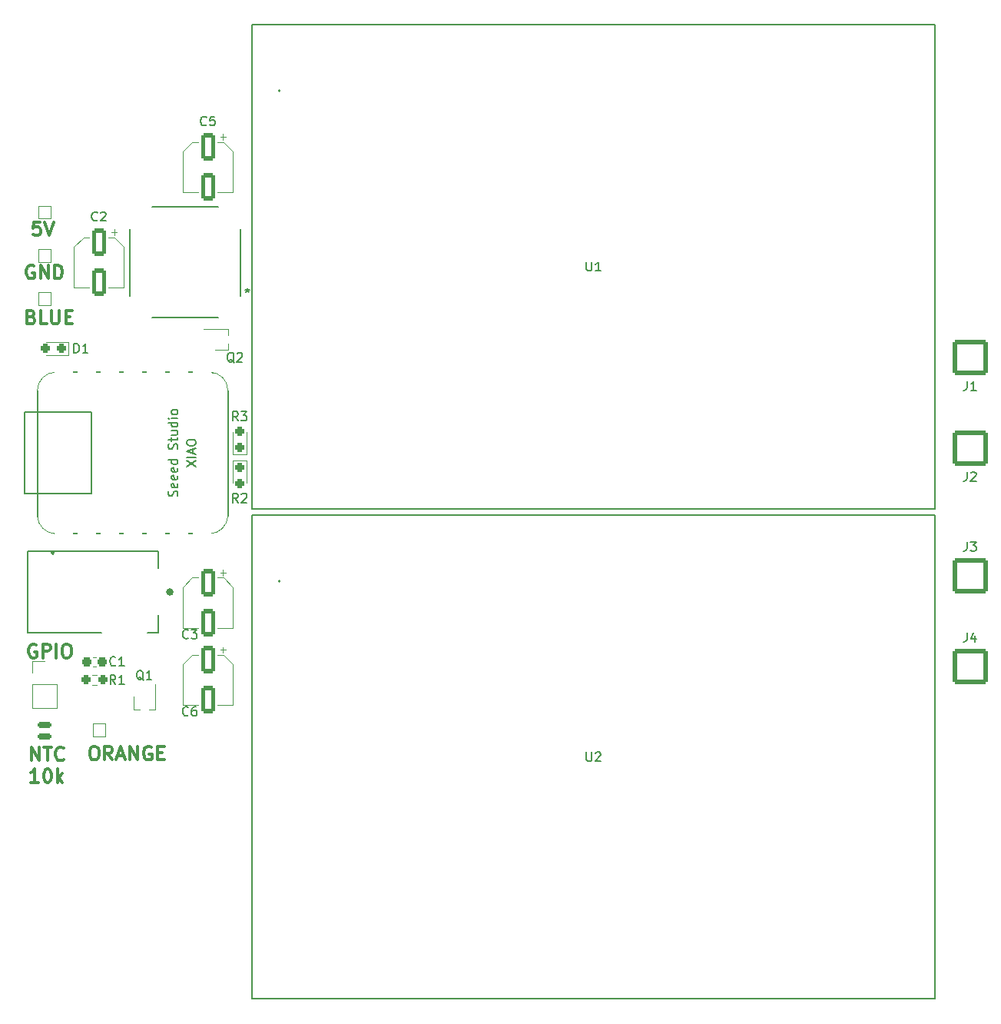
<source format=gto>
G04 #@! TF.GenerationSoftware,KiCad,Pcbnew,7.0.7*
G04 #@! TF.CreationDate,2024-01-03T18:51:49-05:00*
G04 #@! TF.ProjectId,sunlight_pcb,73756e6c-6967-4687-945f-7063622e6b69,rev?*
G04 #@! TF.SameCoordinates,Original*
G04 #@! TF.FileFunction,Legend,Top*
G04 #@! TF.FilePolarity,Positive*
%FSLAX46Y46*%
G04 Gerber Fmt 4.6, Leading zero omitted, Abs format (unit mm)*
G04 Created by KiCad (PCBNEW 7.0.7) date 2024-01-03 18:51:49*
%MOMM*%
%LPD*%
G01*
G04 APERTURE LIST*
G04 Aperture macros list*
%AMRoundRect*
0 Rectangle with rounded corners*
0 $1 Rounding radius*
0 $2 $3 $4 $5 $6 $7 $8 $9 X,Y pos of 4 corners*
0 Add a 4 corners polygon primitive as box body*
4,1,4,$2,$3,$4,$5,$6,$7,$8,$9,$2,$3,0*
0 Add four circle primitives for the rounded corners*
1,1,$1+$1,$2,$3*
1,1,$1+$1,$4,$5*
1,1,$1+$1,$6,$7*
1,1,$1+$1,$8,$9*
0 Add four rect primitives between the rounded corners*
20,1,$1+$1,$2,$3,$4,$5,0*
20,1,$1+$1,$4,$5,$6,$7,0*
20,1,$1+$1,$6,$7,$8,$9,0*
20,1,$1+$1,$8,$9,$2,$3,0*%
G04 Aperture macros list end*
%ADD10C,0.300000*%
%ADD11C,0.150000*%
%ADD12C,0.120000*%
%ADD13C,0.152400*%
%ADD14C,0.400000*%
%ADD15C,0.127000*%
%ADD16C,0.025400*%
%ADD17C,0.254000*%
%ADD18C,3.200000*%
%ADD19RoundRect,0.250002X-1.699998X-1.699998X1.699998X-1.699998X1.699998X1.699998X-1.699998X1.699998X0*%
%ADD20RoundRect,0.250002X1.699998X1.699998X-1.699998X1.699998X-1.699998X-1.699998X1.699998X-1.699998X0*%
%ADD21RoundRect,0.150000X-0.600000X-0.150000X0.600000X-0.150000X0.600000X0.150000X-0.600000X0.150000X0*%
%ADD22RoundRect,0.250000X-0.550000X1.250000X-0.550000X-1.250000X0.550000X-1.250000X0.550000X1.250000X0*%
%ADD23C,1.803400*%
%ADD24O,1.700000X1.700000*%
%ADD25R,1.700000X1.700000*%
%ADD26RoundRect,0.237500X-0.237500X0.287500X-0.237500X-0.287500X0.237500X-0.287500X0.237500X0.287500X0*%
%ADD27RoundRect,0.237500X0.250000X0.237500X-0.250000X0.237500X-0.250000X-0.237500X0.250000X-0.237500X0*%
%ADD28R,1.000000X1.000000*%
%ADD29RoundRect,0.237500X0.237500X-0.287500X0.237500X0.287500X-0.237500X0.287500X-0.237500X-0.287500X0*%
%ADD30RoundRect,0.237500X0.287500X0.237500X-0.287500X0.237500X-0.287500X-0.237500X0.287500X-0.237500X0*%
%ADD31O,4.704000X2.454000*%
%ADD32O,2.454000X4.704000*%
%ADD33O,2.704000X5.204000*%
%ADD34R,2.489200X2.489200*%
%ADD35RoundRect,0.237500X-0.300000X-0.237500X0.300000X-0.237500X0.300000X0.237500X-0.300000X0.237500X0*%
%ADD36R,0.450000X1.500000*%
%ADD37R,1.500000X0.450000*%
%ADD38R,3.500000X3.500000*%
%ADD39R,1.300000X2.300000*%
%ADD40C,1.500000*%
%ADD41R,2.000000X3.000000*%
G04 APERTURE END LIST*
D10*
X83054510Y-68515114D02*
X83268796Y-68586542D01*
X83268796Y-68586542D02*
X83340225Y-68657971D01*
X83340225Y-68657971D02*
X83411653Y-68800828D01*
X83411653Y-68800828D02*
X83411653Y-69015114D01*
X83411653Y-69015114D02*
X83340225Y-69157971D01*
X83340225Y-69157971D02*
X83268796Y-69229400D01*
X83268796Y-69229400D02*
X83125939Y-69300828D01*
X83125939Y-69300828D02*
X82554510Y-69300828D01*
X82554510Y-69300828D02*
X82554510Y-67800828D01*
X82554510Y-67800828D02*
X83054510Y-67800828D01*
X83054510Y-67800828D02*
X83197368Y-67872257D01*
X83197368Y-67872257D02*
X83268796Y-67943685D01*
X83268796Y-67943685D02*
X83340225Y-68086542D01*
X83340225Y-68086542D02*
X83340225Y-68229400D01*
X83340225Y-68229400D02*
X83268796Y-68372257D01*
X83268796Y-68372257D02*
X83197368Y-68443685D01*
X83197368Y-68443685D02*
X83054510Y-68515114D01*
X83054510Y-68515114D02*
X82554510Y-68515114D01*
X84768796Y-69300828D02*
X84054510Y-69300828D01*
X84054510Y-69300828D02*
X84054510Y-67800828D01*
X85268796Y-67800828D02*
X85268796Y-69015114D01*
X85268796Y-69015114D02*
X85340225Y-69157971D01*
X85340225Y-69157971D02*
X85411654Y-69229400D01*
X85411654Y-69229400D02*
X85554511Y-69300828D01*
X85554511Y-69300828D02*
X85840225Y-69300828D01*
X85840225Y-69300828D02*
X85983082Y-69229400D01*
X85983082Y-69229400D02*
X86054511Y-69157971D01*
X86054511Y-69157971D02*
X86125939Y-69015114D01*
X86125939Y-69015114D02*
X86125939Y-67800828D01*
X86840225Y-68515114D02*
X87340225Y-68515114D01*
X87554511Y-69300828D02*
X86840225Y-69300828D01*
X86840225Y-69300828D02*
X86840225Y-67800828D01*
X86840225Y-67800828D02*
X87554511Y-67800828D01*
X83340225Y-62872257D02*
X83197368Y-62800828D01*
X83197368Y-62800828D02*
X82983082Y-62800828D01*
X82983082Y-62800828D02*
X82768796Y-62872257D01*
X82768796Y-62872257D02*
X82625939Y-63015114D01*
X82625939Y-63015114D02*
X82554510Y-63157971D01*
X82554510Y-63157971D02*
X82483082Y-63443685D01*
X82483082Y-63443685D02*
X82483082Y-63657971D01*
X82483082Y-63657971D02*
X82554510Y-63943685D01*
X82554510Y-63943685D02*
X82625939Y-64086542D01*
X82625939Y-64086542D02*
X82768796Y-64229400D01*
X82768796Y-64229400D02*
X82983082Y-64300828D01*
X82983082Y-64300828D02*
X83125939Y-64300828D01*
X83125939Y-64300828D02*
X83340225Y-64229400D01*
X83340225Y-64229400D02*
X83411653Y-64157971D01*
X83411653Y-64157971D02*
X83411653Y-63657971D01*
X83411653Y-63657971D02*
X83125939Y-63657971D01*
X84054510Y-64300828D02*
X84054510Y-62800828D01*
X84054510Y-62800828D02*
X84911653Y-64300828D01*
X84911653Y-64300828D02*
X84911653Y-62800828D01*
X85625939Y-64300828D02*
X85625939Y-62800828D01*
X85625939Y-62800828D02*
X85983082Y-62800828D01*
X85983082Y-62800828D02*
X86197368Y-62872257D01*
X86197368Y-62872257D02*
X86340225Y-63015114D01*
X86340225Y-63015114D02*
X86411654Y-63157971D01*
X86411654Y-63157971D02*
X86483082Y-63443685D01*
X86483082Y-63443685D02*
X86483082Y-63657971D01*
X86483082Y-63657971D02*
X86411654Y-63943685D01*
X86411654Y-63943685D02*
X86340225Y-64086542D01*
X86340225Y-64086542D02*
X86197368Y-64229400D01*
X86197368Y-64229400D02*
X85983082Y-64300828D01*
X85983082Y-64300828D02*
X85625939Y-64300828D01*
X83590225Y-104622257D02*
X83447368Y-104550828D01*
X83447368Y-104550828D02*
X83233082Y-104550828D01*
X83233082Y-104550828D02*
X83018796Y-104622257D01*
X83018796Y-104622257D02*
X82875939Y-104765114D01*
X82875939Y-104765114D02*
X82804510Y-104907971D01*
X82804510Y-104907971D02*
X82733082Y-105193685D01*
X82733082Y-105193685D02*
X82733082Y-105407971D01*
X82733082Y-105407971D02*
X82804510Y-105693685D01*
X82804510Y-105693685D02*
X82875939Y-105836542D01*
X82875939Y-105836542D02*
X83018796Y-105979400D01*
X83018796Y-105979400D02*
X83233082Y-106050828D01*
X83233082Y-106050828D02*
X83375939Y-106050828D01*
X83375939Y-106050828D02*
X83590225Y-105979400D01*
X83590225Y-105979400D02*
X83661653Y-105907971D01*
X83661653Y-105907971D02*
X83661653Y-105407971D01*
X83661653Y-105407971D02*
X83375939Y-105407971D01*
X84304510Y-106050828D02*
X84304510Y-104550828D01*
X84304510Y-104550828D02*
X84875939Y-104550828D01*
X84875939Y-104550828D02*
X85018796Y-104622257D01*
X85018796Y-104622257D02*
X85090225Y-104693685D01*
X85090225Y-104693685D02*
X85161653Y-104836542D01*
X85161653Y-104836542D02*
X85161653Y-105050828D01*
X85161653Y-105050828D02*
X85090225Y-105193685D01*
X85090225Y-105193685D02*
X85018796Y-105265114D01*
X85018796Y-105265114D02*
X84875939Y-105336542D01*
X84875939Y-105336542D02*
X84304510Y-105336542D01*
X85804510Y-106050828D02*
X85804510Y-104550828D01*
X86804511Y-104550828D02*
X87090225Y-104550828D01*
X87090225Y-104550828D02*
X87233082Y-104622257D01*
X87233082Y-104622257D02*
X87375939Y-104765114D01*
X87375939Y-104765114D02*
X87447368Y-105050828D01*
X87447368Y-105050828D02*
X87447368Y-105550828D01*
X87447368Y-105550828D02*
X87375939Y-105836542D01*
X87375939Y-105836542D02*
X87233082Y-105979400D01*
X87233082Y-105979400D02*
X87090225Y-106050828D01*
X87090225Y-106050828D02*
X86804511Y-106050828D01*
X86804511Y-106050828D02*
X86661654Y-105979400D01*
X86661654Y-105979400D02*
X86518796Y-105836542D01*
X86518796Y-105836542D02*
X86447368Y-105550828D01*
X86447368Y-105550828D02*
X86447368Y-105050828D01*
X86447368Y-105050828D02*
X86518796Y-104765114D01*
X86518796Y-104765114D02*
X86661654Y-104622257D01*
X86661654Y-104622257D02*
X86804511Y-104550828D01*
X84018796Y-58050828D02*
X83304510Y-58050828D01*
X83304510Y-58050828D02*
X83233082Y-58765114D01*
X83233082Y-58765114D02*
X83304510Y-58693685D01*
X83304510Y-58693685D02*
X83447368Y-58622257D01*
X83447368Y-58622257D02*
X83804510Y-58622257D01*
X83804510Y-58622257D02*
X83947368Y-58693685D01*
X83947368Y-58693685D02*
X84018796Y-58765114D01*
X84018796Y-58765114D02*
X84090225Y-58907971D01*
X84090225Y-58907971D02*
X84090225Y-59265114D01*
X84090225Y-59265114D02*
X84018796Y-59407971D01*
X84018796Y-59407971D02*
X83947368Y-59479400D01*
X83947368Y-59479400D02*
X83804510Y-59550828D01*
X83804510Y-59550828D02*
X83447368Y-59550828D01*
X83447368Y-59550828D02*
X83304510Y-59479400D01*
X83304510Y-59479400D02*
X83233082Y-59407971D01*
X84518796Y-58050828D02*
X85018796Y-59550828D01*
X85018796Y-59550828D02*
X85518796Y-58050828D01*
X83054510Y-117385828D02*
X83054510Y-115885828D01*
X83054510Y-115885828D02*
X83911653Y-117385828D01*
X83911653Y-117385828D02*
X83911653Y-115885828D01*
X84411654Y-115885828D02*
X85268797Y-115885828D01*
X84840225Y-117385828D02*
X84840225Y-115885828D01*
X86625939Y-117242971D02*
X86554511Y-117314400D01*
X86554511Y-117314400D02*
X86340225Y-117385828D01*
X86340225Y-117385828D02*
X86197368Y-117385828D01*
X86197368Y-117385828D02*
X85983082Y-117314400D01*
X85983082Y-117314400D02*
X85840225Y-117171542D01*
X85840225Y-117171542D02*
X85768796Y-117028685D01*
X85768796Y-117028685D02*
X85697368Y-116742971D01*
X85697368Y-116742971D02*
X85697368Y-116528685D01*
X85697368Y-116528685D02*
X85768796Y-116242971D01*
X85768796Y-116242971D02*
X85840225Y-116100114D01*
X85840225Y-116100114D02*
X85983082Y-115957257D01*
X85983082Y-115957257D02*
X86197368Y-115885828D01*
X86197368Y-115885828D02*
X86340225Y-115885828D01*
X86340225Y-115885828D02*
X86554511Y-115957257D01*
X86554511Y-115957257D02*
X86625939Y-116028685D01*
X83840225Y-119800828D02*
X82983082Y-119800828D01*
X83411653Y-119800828D02*
X83411653Y-118300828D01*
X83411653Y-118300828D02*
X83268796Y-118515114D01*
X83268796Y-118515114D02*
X83125939Y-118657971D01*
X83125939Y-118657971D02*
X82983082Y-118729400D01*
X84768796Y-118300828D02*
X84911653Y-118300828D01*
X84911653Y-118300828D02*
X85054510Y-118372257D01*
X85054510Y-118372257D02*
X85125939Y-118443685D01*
X85125939Y-118443685D02*
X85197367Y-118586542D01*
X85197367Y-118586542D02*
X85268796Y-118872257D01*
X85268796Y-118872257D02*
X85268796Y-119229400D01*
X85268796Y-119229400D02*
X85197367Y-119515114D01*
X85197367Y-119515114D02*
X85125939Y-119657971D01*
X85125939Y-119657971D02*
X85054510Y-119729400D01*
X85054510Y-119729400D02*
X84911653Y-119800828D01*
X84911653Y-119800828D02*
X84768796Y-119800828D01*
X84768796Y-119800828D02*
X84625939Y-119729400D01*
X84625939Y-119729400D02*
X84554510Y-119657971D01*
X84554510Y-119657971D02*
X84483081Y-119515114D01*
X84483081Y-119515114D02*
X84411653Y-119229400D01*
X84411653Y-119229400D02*
X84411653Y-118872257D01*
X84411653Y-118872257D02*
X84483081Y-118586542D01*
X84483081Y-118586542D02*
X84554510Y-118443685D01*
X84554510Y-118443685D02*
X84625939Y-118372257D01*
X84625939Y-118372257D02*
X84768796Y-118300828D01*
X85911652Y-119800828D02*
X85911652Y-118300828D01*
X86054510Y-119229400D02*
X86483081Y-119800828D01*
X86483081Y-118800828D02*
X85911652Y-119372257D01*
X89840225Y-115800828D02*
X90125939Y-115800828D01*
X90125939Y-115800828D02*
X90268796Y-115872257D01*
X90268796Y-115872257D02*
X90411653Y-116015114D01*
X90411653Y-116015114D02*
X90483082Y-116300828D01*
X90483082Y-116300828D02*
X90483082Y-116800828D01*
X90483082Y-116800828D02*
X90411653Y-117086542D01*
X90411653Y-117086542D02*
X90268796Y-117229400D01*
X90268796Y-117229400D02*
X90125939Y-117300828D01*
X90125939Y-117300828D02*
X89840225Y-117300828D01*
X89840225Y-117300828D02*
X89697368Y-117229400D01*
X89697368Y-117229400D02*
X89554510Y-117086542D01*
X89554510Y-117086542D02*
X89483082Y-116800828D01*
X89483082Y-116800828D02*
X89483082Y-116300828D01*
X89483082Y-116300828D02*
X89554510Y-116015114D01*
X89554510Y-116015114D02*
X89697368Y-115872257D01*
X89697368Y-115872257D02*
X89840225Y-115800828D01*
X91983082Y-117300828D02*
X91483082Y-116586542D01*
X91125939Y-117300828D02*
X91125939Y-115800828D01*
X91125939Y-115800828D02*
X91697368Y-115800828D01*
X91697368Y-115800828D02*
X91840225Y-115872257D01*
X91840225Y-115872257D02*
X91911654Y-115943685D01*
X91911654Y-115943685D02*
X91983082Y-116086542D01*
X91983082Y-116086542D02*
X91983082Y-116300828D01*
X91983082Y-116300828D02*
X91911654Y-116443685D01*
X91911654Y-116443685D02*
X91840225Y-116515114D01*
X91840225Y-116515114D02*
X91697368Y-116586542D01*
X91697368Y-116586542D02*
X91125939Y-116586542D01*
X92554511Y-116872257D02*
X93268797Y-116872257D01*
X92411654Y-117300828D02*
X92911654Y-115800828D01*
X92911654Y-115800828D02*
X93411654Y-117300828D01*
X93911653Y-117300828D02*
X93911653Y-115800828D01*
X93911653Y-115800828D02*
X94768796Y-117300828D01*
X94768796Y-117300828D02*
X94768796Y-115800828D01*
X96268797Y-115872257D02*
X96125940Y-115800828D01*
X96125940Y-115800828D02*
X95911654Y-115800828D01*
X95911654Y-115800828D02*
X95697368Y-115872257D01*
X95697368Y-115872257D02*
X95554511Y-116015114D01*
X95554511Y-116015114D02*
X95483082Y-116157971D01*
X95483082Y-116157971D02*
X95411654Y-116443685D01*
X95411654Y-116443685D02*
X95411654Y-116657971D01*
X95411654Y-116657971D02*
X95483082Y-116943685D01*
X95483082Y-116943685D02*
X95554511Y-117086542D01*
X95554511Y-117086542D02*
X95697368Y-117229400D01*
X95697368Y-117229400D02*
X95911654Y-117300828D01*
X95911654Y-117300828D02*
X96054511Y-117300828D01*
X96054511Y-117300828D02*
X96268797Y-117229400D01*
X96268797Y-117229400D02*
X96340225Y-117157971D01*
X96340225Y-117157971D02*
X96340225Y-116657971D01*
X96340225Y-116657971D02*
X96054511Y-116657971D01*
X96983082Y-116515114D02*
X97483082Y-116515114D01*
X97697368Y-117300828D02*
X96983082Y-117300828D01*
X96983082Y-117300828D02*
X96983082Y-115800828D01*
X96983082Y-115800828D02*
X97697368Y-115800828D01*
D11*
X186166666Y-103304819D02*
X186166666Y-104019104D01*
X186166666Y-104019104D02*
X186119047Y-104161961D01*
X186119047Y-104161961D02*
X186023809Y-104257200D01*
X186023809Y-104257200D02*
X185880952Y-104304819D01*
X185880952Y-104304819D02*
X185785714Y-104304819D01*
X187071428Y-103638152D02*
X187071428Y-104304819D01*
X186833333Y-103257200D02*
X186595238Y-103971485D01*
X186595238Y-103971485D02*
X187214285Y-103971485D01*
X186166666Y-93304819D02*
X186166666Y-94019104D01*
X186166666Y-94019104D02*
X186119047Y-94161961D01*
X186119047Y-94161961D02*
X186023809Y-94257200D01*
X186023809Y-94257200D02*
X185880952Y-94304819D01*
X185880952Y-94304819D02*
X185785714Y-94304819D01*
X186547619Y-93304819D02*
X187166666Y-93304819D01*
X187166666Y-93304819D02*
X186833333Y-93685771D01*
X186833333Y-93685771D02*
X186976190Y-93685771D01*
X186976190Y-93685771D02*
X187071428Y-93733390D01*
X187071428Y-93733390D02*
X187119047Y-93781009D01*
X187119047Y-93781009D02*
X187166666Y-93876247D01*
X187166666Y-93876247D02*
X187166666Y-94114342D01*
X187166666Y-94114342D02*
X187119047Y-94209580D01*
X187119047Y-94209580D02*
X187071428Y-94257200D01*
X187071428Y-94257200D02*
X186976190Y-94304819D01*
X186976190Y-94304819D02*
X186690476Y-94304819D01*
X186690476Y-94304819D02*
X186595238Y-94257200D01*
X186595238Y-94257200D02*
X186547619Y-94209580D01*
X186166666Y-85604819D02*
X186166666Y-86319104D01*
X186166666Y-86319104D02*
X186119047Y-86461961D01*
X186119047Y-86461961D02*
X186023809Y-86557200D01*
X186023809Y-86557200D02*
X185880952Y-86604819D01*
X185880952Y-86604819D02*
X185785714Y-86604819D01*
X186595238Y-85700057D02*
X186642857Y-85652438D01*
X186642857Y-85652438D02*
X186738095Y-85604819D01*
X186738095Y-85604819D02*
X186976190Y-85604819D01*
X186976190Y-85604819D02*
X187071428Y-85652438D01*
X187071428Y-85652438D02*
X187119047Y-85700057D01*
X187119047Y-85700057D02*
X187166666Y-85795295D01*
X187166666Y-85795295D02*
X187166666Y-85890533D01*
X187166666Y-85890533D02*
X187119047Y-86033390D01*
X187119047Y-86033390D02*
X186547619Y-86604819D01*
X186547619Y-86604819D02*
X187166666Y-86604819D01*
X186166666Y-75604819D02*
X186166666Y-76319104D01*
X186166666Y-76319104D02*
X186119047Y-76461961D01*
X186119047Y-76461961D02*
X186023809Y-76557200D01*
X186023809Y-76557200D02*
X185880952Y-76604819D01*
X185880952Y-76604819D02*
X185785714Y-76604819D01*
X187166666Y-76604819D02*
X186595238Y-76604819D01*
X186880952Y-76604819D02*
X186880952Y-75604819D01*
X186880952Y-75604819D02*
X186785714Y-75747676D01*
X186785714Y-75747676D02*
X186690476Y-75842914D01*
X186690476Y-75842914D02*
X186595238Y-75890533D01*
X90333333Y-57859580D02*
X90285714Y-57907200D01*
X90285714Y-57907200D02*
X90142857Y-57954819D01*
X90142857Y-57954819D02*
X90047619Y-57954819D01*
X90047619Y-57954819D02*
X89904762Y-57907200D01*
X89904762Y-57907200D02*
X89809524Y-57811961D01*
X89809524Y-57811961D02*
X89761905Y-57716723D01*
X89761905Y-57716723D02*
X89714286Y-57526247D01*
X89714286Y-57526247D02*
X89714286Y-57383390D01*
X89714286Y-57383390D02*
X89761905Y-57192914D01*
X89761905Y-57192914D02*
X89809524Y-57097676D01*
X89809524Y-57097676D02*
X89904762Y-57002438D01*
X89904762Y-57002438D02*
X90047619Y-56954819D01*
X90047619Y-56954819D02*
X90142857Y-56954819D01*
X90142857Y-56954819D02*
X90285714Y-57002438D01*
X90285714Y-57002438D02*
X90333333Y-57050057D01*
X90714286Y-57050057D02*
X90761905Y-57002438D01*
X90761905Y-57002438D02*
X90857143Y-56954819D01*
X90857143Y-56954819D02*
X91095238Y-56954819D01*
X91095238Y-56954819D02*
X91190476Y-57002438D01*
X91190476Y-57002438D02*
X91238095Y-57050057D01*
X91238095Y-57050057D02*
X91285714Y-57145295D01*
X91285714Y-57145295D02*
X91285714Y-57240533D01*
X91285714Y-57240533D02*
X91238095Y-57383390D01*
X91238095Y-57383390D02*
X90666667Y-57954819D01*
X90666667Y-57954819D02*
X91285714Y-57954819D01*
X144238095Y-116454819D02*
X144238095Y-117264342D01*
X144238095Y-117264342D02*
X144285714Y-117359580D01*
X144285714Y-117359580D02*
X144333333Y-117407200D01*
X144333333Y-117407200D02*
X144428571Y-117454819D01*
X144428571Y-117454819D02*
X144619047Y-117454819D01*
X144619047Y-117454819D02*
X144714285Y-117407200D01*
X144714285Y-117407200D02*
X144761904Y-117359580D01*
X144761904Y-117359580D02*
X144809523Y-117264342D01*
X144809523Y-117264342D02*
X144809523Y-116454819D01*
X145238095Y-116550057D02*
X145285714Y-116502438D01*
X145285714Y-116502438D02*
X145380952Y-116454819D01*
X145380952Y-116454819D02*
X145619047Y-116454819D01*
X145619047Y-116454819D02*
X145714285Y-116502438D01*
X145714285Y-116502438D02*
X145761904Y-116550057D01*
X145761904Y-116550057D02*
X145809523Y-116645295D01*
X145809523Y-116645295D02*
X145809523Y-116740533D01*
X145809523Y-116740533D02*
X145761904Y-116883390D01*
X145761904Y-116883390D02*
X145190476Y-117454819D01*
X145190476Y-117454819D02*
X145809523Y-117454819D01*
X100333333Y-103859580D02*
X100285714Y-103907200D01*
X100285714Y-103907200D02*
X100142857Y-103954819D01*
X100142857Y-103954819D02*
X100047619Y-103954819D01*
X100047619Y-103954819D02*
X99904762Y-103907200D01*
X99904762Y-103907200D02*
X99809524Y-103811961D01*
X99809524Y-103811961D02*
X99761905Y-103716723D01*
X99761905Y-103716723D02*
X99714286Y-103526247D01*
X99714286Y-103526247D02*
X99714286Y-103383390D01*
X99714286Y-103383390D02*
X99761905Y-103192914D01*
X99761905Y-103192914D02*
X99809524Y-103097676D01*
X99809524Y-103097676D02*
X99904762Y-103002438D01*
X99904762Y-103002438D02*
X100047619Y-102954819D01*
X100047619Y-102954819D02*
X100142857Y-102954819D01*
X100142857Y-102954819D02*
X100285714Y-103002438D01*
X100285714Y-103002438D02*
X100333333Y-103050057D01*
X100666667Y-102954819D02*
X101285714Y-102954819D01*
X101285714Y-102954819D02*
X100952381Y-103335771D01*
X100952381Y-103335771D02*
X101095238Y-103335771D01*
X101095238Y-103335771D02*
X101190476Y-103383390D01*
X101190476Y-103383390D02*
X101238095Y-103431009D01*
X101238095Y-103431009D02*
X101285714Y-103526247D01*
X101285714Y-103526247D02*
X101285714Y-103764342D01*
X101285714Y-103764342D02*
X101238095Y-103859580D01*
X101238095Y-103859580D02*
X101190476Y-103907200D01*
X101190476Y-103907200D02*
X101095238Y-103954819D01*
X101095238Y-103954819D02*
X100809524Y-103954819D01*
X100809524Y-103954819D02*
X100714286Y-103907200D01*
X100714286Y-103907200D02*
X100666667Y-103859580D01*
X105833333Y-88954819D02*
X105500000Y-88478628D01*
X105261905Y-88954819D02*
X105261905Y-87954819D01*
X105261905Y-87954819D02*
X105642857Y-87954819D01*
X105642857Y-87954819D02*
X105738095Y-88002438D01*
X105738095Y-88002438D02*
X105785714Y-88050057D01*
X105785714Y-88050057D02*
X105833333Y-88145295D01*
X105833333Y-88145295D02*
X105833333Y-88288152D01*
X105833333Y-88288152D02*
X105785714Y-88383390D01*
X105785714Y-88383390D02*
X105738095Y-88431009D01*
X105738095Y-88431009D02*
X105642857Y-88478628D01*
X105642857Y-88478628D02*
X105261905Y-88478628D01*
X106214286Y-88050057D02*
X106261905Y-88002438D01*
X106261905Y-88002438D02*
X106357143Y-87954819D01*
X106357143Y-87954819D02*
X106595238Y-87954819D01*
X106595238Y-87954819D02*
X106690476Y-88002438D01*
X106690476Y-88002438D02*
X106738095Y-88050057D01*
X106738095Y-88050057D02*
X106785714Y-88145295D01*
X106785714Y-88145295D02*
X106785714Y-88240533D01*
X106785714Y-88240533D02*
X106738095Y-88383390D01*
X106738095Y-88383390D02*
X106166667Y-88954819D01*
X106166667Y-88954819D02*
X106785714Y-88954819D01*
X92333333Y-108954819D02*
X92000000Y-108478628D01*
X91761905Y-108954819D02*
X91761905Y-107954819D01*
X91761905Y-107954819D02*
X92142857Y-107954819D01*
X92142857Y-107954819D02*
X92238095Y-108002438D01*
X92238095Y-108002438D02*
X92285714Y-108050057D01*
X92285714Y-108050057D02*
X92333333Y-108145295D01*
X92333333Y-108145295D02*
X92333333Y-108288152D01*
X92333333Y-108288152D02*
X92285714Y-108383390D01*
X92285714Y-108383390D02*
X92238095Y-108431009D01*
X92238095Y-108431009D02*
X92142857Y-108478628D01*
X92142857Y-108478628D02*
X91761905Y-108478628D01*
X93285714Y-108954819D02*
X92714286Y-108954819D01*
X93000000Y-108954819D02*
X93000000Y-107954819D01*
X93000000Y-107954819D02*
X92904762Y-108097676D01*
X92904762Y-108097676D02*
X92809524Y-108192914D01*
X92809524Y-108192914D02*
X92714286Y-108240533D01*
X105833333Y-79954819D02*
X105500000Y-79478628D01*
X105261905Y-79954819D02*
X105261905Y-78954819D01*
X105261905Y-78954819D02*
X105642857Y-78954819D01*
X105642857Y-78954819D02*
X105738095Y-79002438D01*
X105738095Y-79002438D02*
X105785714Y-79050057D01*
X105785714Y-79050057D02*
X105833333Y-79145295D01*
X105833333Y-79145295D02*
X105833333Y-79288152D01*
X105833333Y-79288152D02*
X105785714Y-79383390D01*
X105785714Y-79383390D02*
X105738095Y-79431009D01*
X105738095Y-79431009D02*
X105642857Y-79478628D01*
X105642857Y-79478628D02*
X105261905Y-79478628D01*
X106166667Y-78954819D02*
X106785714Y-78954819D01*
X106785714Y-78954819D02*
X106452381Y-79335771D01*
X106452381Y-79335771D02*
X106595238Y-79335771D01*
X106595238Y-79335771D02*
X106690476Y-79383390D01*
X106690476Y-79383390D02*
X106738095Y-79431009D01*
X106738095Y-79431009D02*
X106785714Y-79526247D01*
X106785714Y-79526247D02*
X106785714Y-79764342D01*
X106785714Y-79764342D02*
X106738095Y-79859580D01*
X106738095Y-79859580D02*
X106690476Y-79907200D01*
X106690476Y-79907200D02*
X106595238Y-79954819D01*
X106595238Y-79954819D02*
X106309524Y-79954819D01*
X106309524Y-79954819D02*
X106214286Y-79907200D01*
X106214286Y-79907200D02*
X106166667Y-79859580D01*
X100333333Y-112359580D02*
X100285714Y-112407200D01*
X100285714Y-112407200D02*
X100142857Y-112454819D01*
X100142857Y-112454819D02*
X100047619Y-112454819D01*
X100047619Y-112454819D02*
X99904762Y-112407200D01*
X99904762Y-112407200D02*
X99809524Y-112311961D01*
X99809524Y-112311961D02*
X99761905Y-112216723D01*
X99761905Y-112216723D02*
X99714286Y-112026247D01*
X99714286Y-112026247D02*
X99714286Y-111883390D01*
X99714286Y-111883390D02*
X99761905Y-111692914D01*
X99761905Y-111692914D02*
X99809524Y-111597676D01*
X99809524Y-111597676D02*
X99904762Y-111502438D01*
X99904762Y-111502438D02*
X100047619Y-111454819D01*
X100047619Y-111454819D02*
X100142857Y-111454819D01*
X100142857Y-111454819D02*
X100285714Y-111502438D01*
X100285714Y-111502438D02*
X100333333Y-111550057D01*
X101190476Y-111454819D02*
X101000000Y-111454819D01*
X101000000Y-111454819D02*
X100904762Y-111502438D01*
X100904762Y-111502438D02*
X100857143Y-111550057D01*
X100857143Y-111550057D02*
X100761905Y-111692914D01*
X100761905Y-111692914D02*
X100714286Y-111883390D01*
X100714286Y-111883390D02*
X100714286Y-112264342D01*
X100714286Y-112264342D02*
X100761905Y-112359580D01*
X100761905Y-112359580D02*
X100809524Y-112407200D01*
X100809524Y-112407200D02*
X100904762Y-112454819D01*
X100904762Y-112454819D02*
X101095238Y-112454819D01*
X101095238Y-112454819D02*
X101190476Y-112407200D01*
X101190476Y-112407200D02*
X101238095Y-112359580D01*
X101238095Y-112359580D02*
X101285714Y-112264342D01*
X101285714Y-112264342D02*
X101285714Y-112026247D01*
X101285714Y-112026247D02*
X101238095Y-111931009D01*
X101238095Y-111931009D02*
X101190476Y-111883390D01*
X101190476Y-111883390D02*
X101095238Y-111835771D01*
X101095238Y-111835771D02*
X100904762Y-111835771D01*
X100904762Y-111835771D02*
X100809524Y-111883390D01*
X100809524Y-111883390D02*
X100761905Y-111931009D01*
X100761905Y-111931009D02*
X100714286Y-112026247D01*
X87761905Y-72454819D02*
X87761905Y-71454819D01*
X87761905Y-71454819D02*
X88000000Y-71454819D01*
X88000000Y-71454819D02*
X88142857Y-71502438D01*
X88142857Y-71502438D02*
X88238095Y-71597676D01*
X88238095Y-71597676D02*
X88285714Y-71692914D01*
X88285714Y-71692914D02*
X88333333Y-71883390D01*
X88333333Y-71883390D02*
X88333333Y-72026247D01*
X88333333Y-72026247D02*
X88285714Y-72216723D01*
X88285714Y-72216723D02*
X88238095Y-72311961D01*
X88238095Y-72311961D02*
X88142857Y-72407200D01*
X88142857Y-72407200D02*
X88000000Y-72454819D01*
X88000000Y-72454819D02*
X87761905Y-72454819D01*
X89285714Y-72454819D02*
X88714286Y-72454819D01*
X89000000Y-72454819D02*
X89000000Y-71454819D01*
X89000000Y-71454819D02*
X88904762Y-71597676D01*
X88904762Y-71597676D02*
X88809524Y-71692914D01*
X88809524Y-71692914D02*
X88714286Y-71740533D01*
X144238095Y-62454819D02*
X144238095Y-63264342D01*
X144238095Y-63264342D02*
X144285714Y-63359580D01*
X144285714Y-63359580D02*
X144333333Y-63407200D01*
X144333333Y-63407200D02*
X144428571Y-63454819D01*
X144428571Y-63454819D02*
X144619047Y-63454819D01*
X144619047Y-63454819D02*
X144714285Y-63407200D01*
X144714285Y-63407200D02*
X144761904Y-63359580D01*
X144761904Y-63359580D02*
X144809523Y-63264342D01*
X144809523Y-63264342D02*
X144809523Y-62454819D01*
X145809523Y-63454819D02*
X145238095Y-63454819D01*
X145523809Y-63454819D02*
X145523809Y-62454819D01*
X145523809Y-62454819D02*
X145428571Y-62597676D01*
X145428571Y-62597676D02*
X145333333Y-62692914D01*
X145333333Y-62692914D02*
X145238095Y-62740533D01*
X102333333Y-47359580D02*
X102285714Y-47407200D01*
X102285714Y-47407200D02*
X102142857Y-47454819D01*
X102142857Y-47454819D02*
X102047619Y-47454819D01*
X102047619Y-47454819D02*
X101904762Y-47407200D01*
X101904762Y-47407200D02*
X101809524Y-47311961D01*
X101809524Y-47311961D02*
X101761905Y-47216723D01*
X101761905Y-47216723D02*
X101714286Y-47026247D01*
X101714286Y-47026247D02*
X101714286Y-46883390D01*
X101714286Y-46883390D02*
X101761905Y-46692914D01*
X101761905Y-46692914D02*
X101809524Y-46597676D01*
X101809524Y-46597676D02*
X101904762Y-46502438D01*
X101904762Y-46502438D02*
X102047619Y-46454819D01*
X102047619Y-46454819D02*
X102142857Y-46454819D01*
X102142857Y-46454819D02*
X102285714Y-46502438D01*
X102285714Y-46502438D02*
X102333333Y-46550057D01*
X103238095Y-46454819D02*
X102761905Y-46454819D01*
X102761905Y-46454819D02*
X102714286Y-46931009D01*
X102714286Y-46931009D02*
X102761905Y-46883390D01*
X102761905Y-46883390D02*
X102857143Y-46835771D01*
X102857143Y-46835771D02*
X103095238Y-46835771D01*
X103095238Y-46835771D02*
X103190476Y-46883390D01*
X103190476Y-46883390D02*
X103238095Y-46931009D01*
X103238095Y-46931009D02*
X103285714Y-47026247D01*
X103285714Y-47026247D02*
X103285714Y-47264342D01*
X103285714Y-47264342D02*
X103238095Y-47359580D01*
X103238095Y-47359580D02*
X103190476Y-47407200D01*
X103190476Y-47407200D02*
X103095238Y-47454819D01*
X103095238Y-47454819D02*
X102857143Y-47454819D01*
X102857143Y-47454819D02*
X102761905Y-47407200D01*
X102761905Y-47407200D02*
X102714286Y-47359580D01*
X106860000Y-65364819D02*
X106860000Y-65602914D01*
X106621905Y-65507676D02*
X106860000Y-65602914D01*
X106860000Y-65602914D02*
X107098095Y-65507676D01*
X106717143Y-65793390D02*
X106860000Y-65602914D01*
X106860000Y-65602914D02*
X107002857Y-65793390D01*
X92333333Y-106859580D02*
X92285714Y-106907200D01*
X92285714Y-106907200D02*
X92142857Y-106954819D01*
X92142857Y-106954819D02*
X92047619Y-106954819D01*
X92047619Y-106954819D02*
X91904762Y-106907200D01*
X91904762Y-106907200D02*
X91809524Y-106811961D01*
X91809524Y-106811961D02*
X91761905Y-106716723D01*
X91761905Y-106716723D02*
X91714286Y-106526247D01*
X91714286Y-106526247D02*
X91714286Y-106383390D01*
X91714286Y-106383390D02*
X91761905Y-106192914D01*
X91761905Y-106192914D02*
X91809524Y-106097676D01*
X91809524Y-106097676D02*
X91904762Y-106002438D01*
X91904762Y-106002438D02*
X92047619Y-105954819D01*
X92047619Y-105954819D02*
X92142857Y-105954819D01*
X92142857Y-105954819D02*
X92285714Y-106002438D01*
X92285714Y-106002438D02*
X92333333Y-106050057D01*
X93285714Y-106954819D02*
X92714286Y-106954819D01*
X93000000Y-106954819D02*
X93000000Y-105954819D01*
X93000000Y-105954819D02*
X92904762Y-106097676D01*
X92904762Y-106097676D02*
X92809524Y-106192914D01*
X92809524Y-106192914D02*
X92714286Y-106240533D01*
X95404761Y-108550057D02*
X95309523Y-108502438D01*
X95309523Y-108502438D02*
X95214285Y-108407200D01*
X95214285Y-108407200D02*
X95071428Y-108264342D01*
X95071428Y-108264342D02*
X94976190Y-108216723D01*
X94976190Y-108216723D02*
X94880952Y-108216723D01*
X94928571Y-108454819D02*
X94833333Y-108407200D01*
X94833333Y-108407200D02*
X94738095Y-108311961D01*
X94738095Y-108311961D02*
X94690476Y-108121485D01*
X94690476Y-108121485D02*
X94690476Y-107788152D01*
X94690476Y-107788152D02*
X94738095Y-107597676D01*
X94738095Y-107597676D02*
X94833333Y-107502438D01*
X94833333Y-107502438D02*
X94928571Y-107454819D01*
X94928571Y-107454819D02*
X95119047Y-107454819D01*
X95119047Y-107454819D02*
X95214285Y-107502438D01*
X95214285Y-107502438D02*
X95309523Y-107597676D01*
X95309523Y-107597676D02*
X95357142Y-107788152D01*
X95357142Y-107788152D02*
X95357142Y-108121485D01*
X95357142Y-108121485D02*
X95309523Y-108311961D01*
X95309523Y-108311961D02*
X95214285Y-108407200D01*
X95214285Y-108407200D02*
X95119047Y-108454819D01*
X95119047Y-108454819D02*
X94928571Y-108454819D01*
X96309523Y-108454819D02*
X95738095Y-108454819D01*
X96023809Y-108454819D02*
X96023809Y-107454819D01*
X96023809Y-107454819D02*
X95928571Y-107597676D01*
X95928571Y-107597676D02*
X95833333Y-107692914D01*
X95833333Y-107692914D02*
X95738095Y-107740533D01*
X105404761Y-73550057D02*
X105309523Y-73502438D01*
X105309523Y-73502438D02*
X105214285Y-73407200D01*
X105214285Y-73407200D02*
X105071428Y-73264342D01*
X105071428Y-73264342D02*
X104976190Y-73216723D01*
X104976190Y-73216723D02*
X104880952Y-73216723D01*
X104928571Y-73454819D02*
X104833333Y-73407200D01*
X104833333Y-73407200D02*
X104738095Y-73311961D01*
X104738095Y-73311961D02*
X104690476Y-73121485D01*
X104690476Y-73121485D02*
X104690476Y-72788152D01*
X104690476Y-72788152D02*
X104738095Y-72597676D01*
X104738095Y-72597676D02*
X104833333Y-72502438D01*
X104833333Y-72502438D02*
X104928571Y-72454819D01*
X104928571Y-72454819D02*
X105119047Y-72454819D01*
X105119047Y-72454819D02*
X105214285Y-72502438D01*
X105214285Y-72502438D02*
X105309523Y-72597676D01*
X105309523Y-72597676D02*
X105357142Y-72788152D01*
X105357142Y-72788152D02*
X105357142Y-73121485D01*
X105357142Y-73121485D02*
X105309523Y-73311961D01*
X105309523Y-73311961D02*
X105214285Y-73407200D01*
X105214285Y-73407200D02*
X105119047Y-73454819D01*
X105119047Y-73454819D02*
X104928571Y-73454819D01*
X105738095Y-72550057D02*
X105785714Y-72502438D01*
X105785714Y-72502438D02*
X105880952Y-72454819D01*
X105880952Y-72454819D02*
X106119047Y-72454819D01*
X106119047Y-72454819D02*
X106214285Y-72502438D01*
X106214285Y-72502438D02*
X106261904Y-72550057D01*
X106261904Y-72550057D02*
X106309523Y-72645295D01*
X106309523Y-72645295D02*
X106309523Y-72740533D01*
X106309523Y-72740533D02*
X106261904Y-72883390D01*
X106261904Y-72883390D02*
X105690476Y-73454819D01*
X105690476Y-73454819D02*
X106309523Y-73454819D01*
X100166834Y-85023808D02*
X101166834Y-84357142D01*
X100166834Y-84357142D02*
X101166834Y-85023808D01*
X101166834Y-83976189D02*
X100166834Y-83976189D01*
X100881119Y-83547618D02*
X100881119Y-83071428D01*
X101166834Y-83642856D02*
X100166834Y-83309523D01*
X100166834Y-83309523D02*
X101166834Y-82976190D01*
X100166834Y-82452380D02*
X100166834Y-82261904D01*
X100166834Y-82261904D02*
X100214453Y-82166666D01*
X100214453Y-82166666D02*
X100309691Y-82071428D01*
X100309691Y-82071428D02*
X100500167Y-82023809D01*
X100500167Y-82023809D02*
X100833500Y-82023809D01*
X100833500Y-82023809D02*
X101023976Y-82071428D01*
X101023976Y-82071428D02*
X101119215Y-82166666D01*
X101119215Y-82166666D02*
X101166834Y-82261904D01*
X101166834Y-82261904D02*
X101166834Y-82452380D01*
X101166834Y-82452380D02*
X101119215Y-82547618D01*
X101119215Y-82547618D02*
X101023976Y-82642856D01*
X101023976Y-82642856D02*
X100833500Y-82690475D01*
X100833500Y-82690475D02*
X100500167Y-82690475D01*
X100500167Y-82690475D02*
X100309691Y-82642856D01*
X100309691Y-82642856D02*
X100214453Y-82547618D01*
X100214453Y-82547618D02*
X100166834Y-82452380D01*
X99119215Y-88261904D02*
X99166834Y-88119047D01*
X99166834Y-88119047D02*
X99166834Y-87880952D01*
X99166834Y-87880952D02*
X99119215Y-87785714D01*
X99119215Y-87785714D02*
X99071595Y-87738095D01*
X99071595Y-87738095D02*
X98976357Y-87690476D01*
X98976357Y-87690476D02*
X98881119Y-87690476D01*
X98881119Y-87690476D02*
X98785881Y-87738095D01*
X98785881Y-87738095D02*
X98738262Y-87785714D01*
X98738262Y-87785714D02*
X98690643Y-87880952D01*
X98690643Y-87880952D02*
X98643024Y-88071428D01*
X98643024Y-88071428D02*
X98595405Y-88166666D01*
X98595405Y-88166666D02*
X98547786Y-88214285D01*
X98547786Y-88214285D02*
X98452548Y-88261904D01*
X98452548Y-88261904D02*
X98357310Y-88261904D01*
X98357310Y-88261904D02*
X98262072Y-88214285D01*
X98262072Y-88214285D02*
X98214453Y-88166666D01*
X98214453Y-88166666D02*
X98166834Y-88071428D01*
X98166834Y-88071428D02*
X98166834Y-87833333D01*
X98166834Y-87833333D02*
X98214453Y-87690476D01*
X99119215Y-86880952D02*
X99166834Y-86976190D01*
X99166834Y-86976190D02*
X99166834Y-87166666D01*
X99166834Y-87166666D02*
X99119215Y-87261904D01*
X99119215Y-87261904D02*
X99023976Y-87309523D01*
X99023976Y-87309523D02*
X98643024Y-87309523D01*
X98643024Y-87309523D02*
X98547786Y-87261904D01*
X98547786Y-87261904D02*
X98500167Y-87166666D01*
X98500167Y-87166666D02*
X98500167Y-86976190D01*
X98500167Y-86976190D02*
X98547786Y-86880952D01*
X98547786Y-86880952D02*
X98643024Y-86833333D01*
X98643024Y-86833333D02*
X98738262Y-86833333D01*
X98738262Y-86833333D02*
X98833500Y-87309523D01*
X99119215Y-86023809D02*
X99166834Y-86119047D01*
X99166834Y-86119047D02*
X99166834Y-86309523D01*
X99166834Y-86309523D02*
X99119215Y-86404761D01*
X99119215Y-86404761D02*
X99023976Y-86452380D01*
X99023976Y-86452380D02*
X98643024Y-86452380D01*
X98643024Y-86452380D02*
X98547786Y-86404761D01*
X98547786Y-86404761D02*
X98500167Y-86309523D01*
X98500167Y-86309523D02*
X98500167Y-86119047D01*
X98500167Y-86119047D02*
X98547786Y-86023809D01*
X98547786Y-86023809D02*
X98643024Y-85976190D01*
X98643024Y-85976190D02*
X98738262Y-85976190D01*
X98738262Y-85976190D02*
X98833500Y-86452380D01*
X99119215Y-85166666D02*
X99166834Y-85261904D01*
X99166834Y-85261904D02*
X99166834Y-85452380D01*
X99166834Y-85452380D02*
X99119215Y-85547618D01*
X99119215Y-85547618D02*
X99023976Y-85595237D01*
X99023976Y-85595237D02*
X98643024Y-85595237D01*
X98643024Y-85595237D02*
X98547786Y-85547618D01*
X98547786Y-85547618D02*
X98500167Y-85452380D01*
X98500167Y-85452380D02*
X98500167Y-85261904D01*
X98500167Y-85261904D02*
X98547786Y-85166666D01*
X98547786Y-85166666D02*
X98643024Y-85119047D01*
X98643024Y-85119047D02*
X98738262Y-85119047D01*
X98738262Y-85119047D02*
X98833500Y-85595237D01*
X99166834Y-84261904D02*
X98166834Y-84261904D01*
X99119215Y-84261904D02*
X99166834Y-84357142D01*
X99166834Y-84357142D02*
X99166834Y-84547618D01*
X99166834Y-84547618D02*
X99119215Y-84642856D01*
X99119215Y-84642856D02*
X99071595Y-84690475D01*
X99071595Y-84690475D02*
X98976357Y-84738094D01*
X98976357Y-84738094D02*
X98690643Y-84738094D01*
X98690643Y-84738094D02*
X98595405Y-84690475D01*
X98595405Y-84690475D02*
X98547786Y-84642856D01*
X98547786Y-84642856D02*
X98500167Y-84547618D01*
X98500167Y-84547618D02*
X98500167Y-84357142D01*
X98500167Y-84357142D02*
X98547786Y-84261904D01*
X99119215Y-83071427D02*
X99166834Y-82928570D01*
X99166834Y-82928570D02*
X99166834Y-82690475D01*
X99166834Y-82690475D02*
X99119215Y-82595237D01*
X99119215Y-82595237D02*
X99071595Y-82547618D01*
X99071595Y-82547618D02*
X98976357Y-82499999D01*
X98976357Y-82499999D02*
X98881119Y-82499999D01*
X98881119Y-82499999D02*
X98785881Y-82547618D01*
X98785881Y-82547618D02*
X98738262Y-82595237D01*
X98738262Y-82595237D02*
X98690643Y-82690475D01*
X98690643Y-82690475D02*
X98643024Y-82880951D01*
X98643024Y-82880951D02*
X98595405Y-82976189D01*
X98595405Y-82976189D02*
X98547786Y-83023808D01*
X98547786Y-83023808D02*
X98452548Y-83071427D01*
X98452548Y-83071427D02*
X98357310Y-83071427D01*
X98357310Y-83071427D02*
X98262072Y-83023808D01*
X98262072Y-83023808D02*
X98214453Y-82976189D01*
X98214453Y-82976189D02*
X98166834Y-82880951D01*
X98166834Y-82880951D02*
X98166834Y-82642856D01*
X98166834Y-82642856D02*
X98214453Y-82499999D01*
X98500167Y-82214284D02*
X98500167Y-81833332D01*
X98166834Y-82071427D02*
X99023976Y-82071427D01*
X99023976Y-82071427D02*
X99119215Y-82023808D01*
X99119215Y-82023808D02*
X99166834Y-81928570D01*
X99166834Y-81928570D02*
X99166834Y-81833332D01*
X98500167Y-81071427D02*
X99166834Y-81071427D01*
X98500167Y-81499998D02*
X99023976Y-81499998D01*
X99023976Y-81499998D02*
X99119215Y-81452379D01*
X99119215Y-81452379D02*
X99166834Y-81357141D01*
X99166834Y-81357141D02*
X99166834Y-81214284D01*
X99166834Y-81214284D02*
X99119215Y-81119046D01*
X99119215Y-81119046D02*
X99071595Y-81071427D01*
X99166834Y-80166665D02*
X98166834Y-80166665D01*
X99119215Y-80166665D02*
X99166834Y-80261903D01*
X99166834Y-80261903D02*
X99166834Y-80452379D01*
X99166834Y-80452379D02*
X99119215Y-80547617D01*
X99119215Y-80547617D02*
X99071595Y-80595236D01*
X99071595Y-80595236D02*
X98976357Y-80642855D01*
X98976357Y-80642855D02*
X98690643Y-80642855D01*
X98690643Y-80642855D02*
X98595405Y-80595236D01*
X98595405Y-80595236D02*
X98547786Y-80547617D01*
X98547786Y-80547617D02*
X98500167Y-80452379D01*
X98500167Y-80452379D02*
X98500167Y-80261903D01*
X98500167Y-80261903D02*
X98547786Y-80166665D01*
X99166834Y-79690474D02*
X98500167Y-79690474D01*
X98166834Y-79690474D02*
X98214453Y-79738093D01*
X98214453Y-79738093D02*
X98262072Y-79690474D01*
X98262072Y-79690474D02*
X98214453Y-79642855D01*
X98214453Y-79642855D02*
X98166834Y-79690474D01*
X98166834Y-79690474D02*
X98262072Y-79690474D01*
X99166834Y-79071427D02*
X99119215Y-79166665D01*
X99119215Y-79166665D02*
X99071595Y-79214284D01*
X99071595Y-79214284D02*
X98976357Y-79261903D01*
X98976357Y-79261903D02*
X98690643Y-79261903D01*
X98690643Y-79261903D02*
X98595405Y-79214284D01*
X98595405Y-79214284D02*
X98547786Y-79166665D01*
X98547786Y-79166665D02*
X98500167Y-79071427D01*
X98500167Y-79071427D02*
X98500167Y-78928570D01*
X98500167Y-78928570D02*
X98547786Y-78833332D01*
X98547786Y-78833332D02*
X98595405Y-78785713D01*
X98595405Y-78785713D02*
X98690643Y-78738094D01*
X98690643Y-78738094D02*
X98976357Y-78738094D01*
X98976357Y-78738094D02*
X99071595Y-78785713D01*
X99071595Y-78785713D02*
X99119215Y-78833332D01*
X99119215Y-78833332D02*
X99166834Y-78928570D01*
X99166834Y-78928570D02*
X99166834Y-79071427D01*
D12*
X92185000Y-58875000D02*
X92185000Y-59500000D01*
X92497500Y-59187500D02*
X91872500Y-59187500D01*
X92195563Y-59740000D02*
X91560000Y-59740000D01*
X92195563Y-59740000D02*
X93260000Y-60804437D01*
X88804437Y-59740000D02*
X89440000Y-59740000D01*
X88804437Y-59740000D02*
X87740000Y-60804437D01*
X93260000Y-60804437D02*
X93260000Y-65260000D01*
X87740000Y-60804437D02*
X87740000Y-65260000D01*
X93260000Y-65260000D02*
X91560000Y-65260000D01*
X87740000Y-65260000D02*
X89440000Y-65260000D01*
D13*
X110447895Y-97635101D02*
G75*
G03*
X110447895Y-97635101I-76200J0D01*
G01*
X182630100Y-143631900D02*
X182630100Y-90368100D01*
X182630100Y-90368100D02*
X107369900Y-90368100D01*
X107369900Y-143631900D02*
X182630100Y-143631900D01*
X107369900Y-90368100D02*
X107369900Y-143631900D01*
D12*
X104185000Y-96375000D02*
X104185000Y-97000000D01*
X104497500Y-96687500D02*
X103872500Y-96687500D01*
X104195563Y-97240000D02*
X103560000Y-97240000D01*
X104195563Y-97240000D02*
X105260000Y-98304437D01*
X100804437Y-97240000D02*
X101440000Y-97240000D01*
X100804437Y-97240000D02*
X99740000Y-98304437D01*
X105260000Y-98304437D02*
X105260000Y-102760000D01*
X99740000Y-98304437D02*
X99740000Y-102760000D01*
X105260000Y-102760000D02*
X103560000Y-102760000D01*
X99740000Y-102760000D02*
X101440000Y-102760000D01*
X85830000Y-108995000D02*
X85830000Y-111595000D01*
X83170000Y-111595000D02*
X85830000Y-111595000D01*
X83170000Y-108995000D02*
X85830000Y-108995000D01*
X83170000Y-108995000D02*
X83170000Y-111595000D01*
X83170000Y-107725000D02*
X83170000Y-106395000D01*
X83170000Y-106395000D02*
X84500000Y-106395000D01*
X106735000Y-86800000D02*
X106735000Y-84340000D01*
X105265000Y-84340000D02*
X105265000Y-86800000D01*
X106735000Y-84340000D02*
X105265000Y-84340000D01*
X90254724Y-109022500D02*
X89745276Y-109022500D01*
X90254724Y-107977500D02*
X89745276Y-107977500D01*
X83800000Y-61050000D02*
X85200000Y-61050000D01*
X83800000Y-62450000D02*
X83800000Y-61050000D01*
X85200000Y-61050000D02*
X85200000Y-62450000D01*
X85200000Y-62450000D02*
X83800000Y-62450000D01*
X105265000Y-81200000D02*
X105265000Y-83660000D01*
X106735000Y-83660000D02*
X106735000Y-81200000D01*
X105265000Y-83660000D02*
X106735000Y-83660000D01*
X104185000Y-104875000D02*
X104185000Y-105500000D01*
X104497500Y-105187500D02*
X103872500Y-105187500D01*
X104195563Y-105740000D02*
X103560000Y-105740000D01*
X104195563Y-105740000D02*
X105260000Y-106804437D01*
X100804437Y-105740000D02*
X101440000Y-105740000D01*
X100804437Y-105740000D02*
X99740000Y-106804437D01*
X105260000Y-106804437D02*
X105260000Y-111260000D01*
X99740000Y-106804437D02*
X99740000Y-111260000D01*
X105260000Y-111260000D02*
X103560000Y-111260000D01*
X99740000Y-111260000D02*
X101440000Y-111260000D01*
X87160000Y-72735000D02*
X87160000Y-71265000D01*
X87160000Y-71265000D02*
X84700000Y-71265000D01*
X84700000Y-72735000D02*
X87160000Y-72735000D01*
D14*
X98512500Y-98825000D02*
G75*
G03*
X98512500Y-98825000I-200000J0D01*
G01*
D15*
X82612500Y-94325000D02*
X97012500Y-94325000D01*
X82612500Y-103325000D02*
X82612500Y-94325000D01*
X90762500Y-103325000D02*
X82612500Y-103325000D01*
X97012500Y-94325000D02*
X97012500Y-96175000D01*
X97012500Y-101375000D02*
X97012500Y-103325000D01*
X97012500Y-103325000D02*
X95862500Y-103325000D01*
D12*
X85200000Y-67200000D02*
X83800000Y-67200000D01*
X85200000Y-65800000D02*
X85200000Y-67200000D01*
X83800000Y-67200000D02*
X83800000Y-65800000D01*
X83800000Y-65800000D02*
X85200000Y-65800000D01*
X85200000Y-57700000D02*
X83800000Y-57700000D01*
X85200000Y-56300000D02*
X85200000Y-57700000D01*
X83800000Y-57700000D02*
X83800000Y-56300000D01*
X83800000Y-56300000D02*
X85200000Y-56300000D01*
D13*
X110447895Y-43635101D02*
G75*
G03*
X110447895Y-43635101I-76200J0D01*
G01*
X182630100Y-89631900D02*
X182630100Y-36368100D01*
X182630100Y-36368100D02*
X107369900Y-36368100D01*
X107369900Y-89631900D02*
X182630100Y-89631900D01*
X107369900Y-36368100D02*
X107369900Y-89631900D01*
D12*
X99740000Y-54760000D02*
X101440000Y-54760000D01*
X105260000Y-54760000D02*
X103560000Y-54760000D01*
X99740000Y-50304437D02*
X99740000Y-54760000D01*
X105260000Y-50304437D02*
X105260000Y-54760000D01*
X100804437Y-49240000D02*
X99740000Y-50304437D01*
X100804437Y-49240000D02*
X101440000Y-49240000D01*
X104195563Y-49240000D02*
X105260000Y-50304437D01*
X104195563Y-49240000D02*
X103560000Y-49240000D01*
X104497500Y-48687500D02*
X103872500Y-48687500D01*
X104185000Y-48375000D02*
X104185000Y-49000000D01*
D13*
X106121400Y-66172660D02*
X106121400Y-58827340D01*
X103672660Y-56378600D02*
X96327340Y-56378600D01*
X96327340Y-68621400D02*
X103672660Y-68621400D01*
X93878600Y-58827340D02*
X93878600Y-66172660D01*
D12*
X91200000Y-114700000D02*
X89800000Y-114700000D01*
X91200000Y-113300000D02*
X91200000Y-114700000D01*
X89800000Y-114700000D02*
X89800000Y-113300000D01*
X89800000Y-113300000D02*
X91200000Y-113300000D01*
X89853733Y-107010000D02*
X90146267Y-107010000D01*
X89853733Y-105990000D02*
X90146267Y-105990000D01*
X95000000Y-111735000D02*
X94340000Y-111735000D01*
X96660000Y-111735000D02*
X96660000Y-109000000D01*
X96670000Y-111735000D02*
X96000000Y-111735000D01*
X94340000Y-110325000D02*
X94340000Y-111735000D01*
X104735000Y-71500000D02*
X104735000Y-72160000D01*
X104735000Y-69840000D02*
X102000000Y-69840000D01*
X104735000Y-69830000D02*
X104735000Y-70500000D01*
X103325000Y-72160000D02*
X104735000Y-72160000D01*
D16*
X102782865Y-74612287D02*
X102831633Y-74615335D01*
X102880654Y-74619399D01*
X102929422Y-74624732D01*
X102978190Y-74631336D01*
X103026705Y-74638956D01*
X103074965Y-74647847D01*
X103122970Y-74657752D01*
X102733589Y-74610508D01*
X102782865Y-74612287D01*
X85650310Y-92387715D02*
X85601542Y-92384667D01*
X85552521Y-92380603D01*
X85650310Y-92387715D01*
D17*
X85539015Y-94500000D02*
G75*
G03*
X85539015Y-94500000I-127000J0D01*
G01*
D12*
X104712015Y-76600000D02*
G75*
G03*
X102712015Y-74600000I-2000000J0D01*
G01*
X85712015Y-74600000D02*
G75*
G03*
X83712015Y-76600000I44600J-2044600D01*
G01*
X102712015Y-92399999D02*
G75*
G03*
X104712014Y-90400000I-44857J2044856D01*
G01*
X83712016Y-90400000D02*
G75*
G03*
X85712015Y-92399999I2044611J44612D01*
G01*
D15*
X102712015Y-74600000D02*
X85712015Y-74600000D01*
X83712925Y-76600000D02*
X83712925Y-90400000D01*
X89641285Y-79000000D02*
X89641285Y-88000000D01*
X82287985Y-79000000D02*
X89641285Y-79000000D01*
X89641285Y-88000000D02*
X82287985Y-88000000D01*
X82287985Y-88000000D02*
X82287985Y-79000000D01*
X104712015Y-90400000D02*
X104712015Y-76600000D01*
X85712015Y-92400000D02*
X102712015Y-92400000D01*
%LPC*%
D18*
X86500000Y-45000000D03*
X86500000Y-135000000D03*
X186500000Y-135000000D03*
X186500000Y-45000000D03*
D19*
X186500000Y-107000000D03*
X186500000Y-97000000D03*
D20*
X186500000Y-83000000D03*
X186500000Y-73000000D03*
D21*
X84500000Y-114770000D03*
X84500000Y-113500000D03*
D22*
X90500000Y-60300000D03*
X90500000Y-64700000D03*
D23*
X176499997Y-130835101D03*
X176499997Y-136735101D03*
X115099997Y-135385101D03*
X115099997Y-129385101D03*
X115099997Y-121935100D03*
X115099997Y-97635101D03*
D22*
X102500000Y-97800000D03*
X102500000Y-102200000D03*
D24*
X84500000Y-110265000D03*
D25*
X84500000Y-107725000D03*
D26*
X106000000Y-86875000D03*
X106000000Y-85125000D03*
D27*
X90912500Y-108500000D03*
X89087500Y-108500000D03*
D28*
X84500000Y-61750000D03*
D29*
X106000000Y-81125000D03*
X106000000Y-82875000D03*
D22*
X102500000Y-106300000D03*
X102500000Y-110700000D03*
D30*
X86375000Y-72000000D03*
X84625000Y-72000000D03*
D31*
X93312500Y-103525000D03*
D32*
X90312500Y-98825000D03*
D33*
X96312500Y-98825000D03*
D28*
X84500000Y-66500000D03*
X84500000Y-57000000D03*
D23*
X176499997Y-76835101D03*
X176499997Y-82735101D03*
X115099997Y-81385101D03*
X115099997Y-75385101D03*
X115099997Y-67935100D03*
X115099997Y-43635101D03*
D22*
X102500000Y-54200000D03*
X102500000Y-49800000D03*
D34*
X105250000Y-67750000D03*
X105250000Y-57250000D03*
X94750000Y-57250000D03*
X94750000Y-67750000D03*
D28*
X90500000Y-114000000D03*
D35*
X90862500Y-106500000D03*
X89137500Y-106500000D03*
D36*
X95500000Y-112330000D03*
X94850000Y-109670000D03*
X96150000Y-109670000D03*
D37*
X105330000Y-71000000D03*
X102670000Y-71650000D03*
X102670000Y-70350000D03*
D38*
X94812015Y-81400000D03*
D39*
X93812015Y-88000000D03*
X91912015Y-88000000D03*
D40*
X90712015Y-82230000D03*
X90712015Y-84770000D03*
X88172015Y-82230000D03*
X88172015Y-84770000D03*
X85632015Y-82230000D03*
X85632015Y-84770000D03*
D41*
X86592015Y-75000000D03*
X89132015Y-75000000D03*
X91672015Y-75000000D03*
X94212015Y-75000000D03*
X96752015Y-75000000D03*
X99292015Y-75000000D03*
X101832015Y-75000000D03*
X101832015Y-92000000D03*
X99292015Y-92000000D03*
X96752015Y-92000000D03*
X94212015Y-92000000D03*
X91672015Y-92000000D03*
X89132015Y-92000000D03*
X86592015Y-92000000D03*
%LPD*%
M02*

</source>
